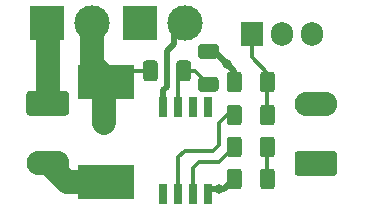
<source format=gbr>
G04 #@! TF.GenerationSoftware,KiCad,Pcbnew,(5.1.10)-1*
G04 #@! TF.CreationDate,2021-05-27T14:09:39+02:00*
G04 #@! TF.ProjectId,HV_UV_detect,48565f55-565f-4646-9574-6563742e6b69,0v2*
G04 #@! TF.SameCoordinates,Original*
G04 #@! TF.FileFunction,Copper,L1,Top*
G04 #@! TF.FilePolarity,Positive*
%FSLAX46Y46*%
G04 Gerber Fmt 4.6, Leading zero omitted, Abs format (unit mm)*
G04 Created by KiCad (PCBNEW (5.1.10)-1) date 2021-05-27 14:09:39*
%MOMM*%
%LPD*%
G01*
G04 APERTURE LIST*
G04 #@! TA.AperFunction,SMDPad,CuDef*
%ADD10R,0.650000X1.700000*%
G04 #@! TD*
G04 #@! TA.AperFunction,SMDPad,CuDef*
%ADD11R,4.750000X3.000000*%
G04 #@! TD*
G04 #@! TA.AperFunction,ComponentPad*
%ADD12O,1.905000X2.000000*%
G04 #@! TD*
G04 #@! TA.AperFunction,ComponentPad*
%ADD13R,1.905000X2.000000*%
G04 #@! TD*
G04 #@! TA.AperFunction,ComponentPad*
%ADD14C,2.999740*%
G04 #@! TD*
G04 #@! TA.AperFunction,ComponentPad*
%ADD15R,2.999740X2.999740*%
G04 #@! TD*
G04 #@! TA.AperFunction,ComponentPad*
%ADD16O,3.600000X2.080000*%
G04 #@! TD*
G04 #@! TA.AperFunction,ViaPad*
%ADD17C,0.800000*%
G04 #@! TD*
G04 #@! TA.AperFunction,Conductor*
%ADD18C,0.300000*%
G04 #@! TD*
G04 #@! TA.AperFunction,Conductor*
%ADD19C,0.500000*%
G04 #@! TD*
G04 #@! TA.AperFunction,Conductor*
%ADD20C,2.000000*%
G04 #@! TD*
G04 APERTURE END LIST*
D10*
X155095000Y-91850000D03*
X156365000Y-91850000D03*
X157635000Y-91850000D03*
X158905000Y-91850000D03*
X158905000Y-99150000D03*
X157635000Y-99150000D03*
X156365000Y-99150000D03*
X155095000Y-99150000D03*
D11*
X150200000Y-98200000D03*
X150200000Y-89700000D03*
D12*
X167680000Y-85600000D03*
X165140000Y-85600000D03*
D13*
X162600000Y-85600000D03*
D14*
X156910000Y-84700000D03*
D15*
X153100000Y-84700000D03*
D14*
X149010000Y-84700000D03*
D15*
X145200000Y-84700000D03*
G04 #@! TA.AperFunction,SMDPad,CuDef*
G36*
G01*
X160475000Y-98525000D02*
X160475000Y-97275000D01*
G75*
G02*
X160725000Y-97025000I250000J0D01*
G01*
X161475000Y-97025000D01*
G75*
G02*
X161725000Y-97275000I0J-250000D01*
G01*
X161725000Y-98525000D01*
G75*
G02*
X161475000Y-98775000I-250000J0D01*
G01*
X160725000Y-98775000D01*
G75*
G02*
X160475000Y-98525000I0J250000D01*
G01*
G37*
G04 #@! TD.AperFunction*
G04 #@! TA.AperFunction,SMDPad,CuDef*
G36*
G01*
X163275000Y-98525000D02*
X163275000Y-97275000D01*
G75*
G02*
X163525000Y-97025000I250000J0D01*
G01*
X164275000Y-97025000D01*
G75*
G02*
X164525000Y-97275000I0J-250000D01*
G01*
X164525000Y-98525000D01*
G75*
G02*
X164275000Y-98775000I-250000J0D01*
G01*
X163525000Y-98775000D01*
G75*
G02*
X163275000Y-98525000I0J250000D01*
G01*
G37*
G04 #@! TD.AperFunction*
G04 #@! TA.AperFunction,ComponentPad*
G36*
G01*
X143749999Y-90460000D02*
X146850001Y-90460000D01*
G75*
G02*
X147100000Y-90709999I0J-249999D01*
G01*
X147100000Y-92290001D01*
G75*
G02*
X146850001Y-92540000I-249999J0D01*
G01*
X143749999Y-92540000D01*
G75*
G02*
X143500000Y-92290001I0J249999D01*
G01*
X143500000Y-90709999D01*
G75*
G02*
X143749999Y-90460000I249999J0D01*
G01*
G37*
G04 #@! TD.AperFunction*
D16*
X145300000Y-96580000D03*
X168000000Y-91520000D03*
G04 #@! TA.AperFunction,ComponentPad*
G36*
G01*
X169550001Y-97640000D02*
X166449999Y-97640000D01*
G75*
G02*
X166200000Y-97390001I0J249999D01*
G01*
X166200000Y-95809999D01*
G75*
G02*
X166449999Y-95560000I249999J0D01*
G01*
X169550001Y-95560000D01*
G75*
G02*
X169800000Y-95809999I0J-249999D01*
G01*
X169800000Y-97390001D01*
G75*
G02*
X169550001Y-97640000I-249999J0D01*
G01*
G37*
G04 #@! TD.AperFunction*
G04 #@! TA.AperFunction,SMDPad,CuDef*
G36*
G01*
X153375000Y-89375000D02*
X153375000Y-88125000D01*
G75*
G02*
X153625000Y-87875000I250000J0D01*
G01*
X154375000Y-87875000D01*
G75*
G02*
X154625000Y-88125000I0J-250000D01*
G01*
X154625000Y-89375000D01*
G75*
G02*
X154375000Y-89625000I-250000J0D01*
G01*
X153625000Y-89625000D01*
G75*
G02*
X153375000Y-89375000I0J250000D01*
G01*
G37*
G04 #@! TD.AperFunction*
G04 #@! TA.AperFunction,SMDPad,CuDef*
G36*
G01*
X156175000Y-89375000D02*
X156175000Y-88125000D01*
G75*
G02*
X156425000Y-87875000I250000J0D01*
G01*
X157175000Y-87875000D01*
G75*
G02*
X157425000Y-88125000I0J-250000D01*
G01*
X157425000Y-89375000D01*
G75*
G02*
X157175000Y-89625000I-250000J0D01*
G01*
X156425000Y-89625000D01*
G75*
G02*
X156175000Y-89375000I0J250000D01*
G01*
G37*
G04 #@! TD.AperFunction*
G04 #@! TA.AperFunction,SMDPad,CuDef*
G36*
G01*
X159525000Y-90525000D02*
X158275000Y-90525000D01*
G75*
G02*
X158025000Y-90275000I0J250000D01*
G01*
X158025000Y-89525000D01*
G75*
G02*
X158275000Y-89275000I250000J0D01*
G01*
X159525000Y-89275000D01*
G75*
G02*
X159775000Y-89525000I0J-250000D01*
G01*
X159775000Y-90275000D01*
G75*
G02*
X159525000Y-90525000I-250000J0D01*
G01*
G37*
G04 #@! TD.AperFunction*
G04 #@! TA.AperFunction,SMDPad,CuDef*
G36*
G01*
X159525000Y-87725000D02*
X158275000Y-87725000D01*
G75*
G02*
X158025000Y-87475000I0J250000D01*
G01*
X158025000Y-86725000D01*
G75*
G02*
X158275000Y-86475000I250000J0D01*
G01*
X159525000Y-86475000D01*
G75*
G02*
X159775000Y-86725000I0J-250000D01*
G01*
X159775000Y-87475000D01*
G75*
G02*
X159525000Y-87725000I-250000J0D01*
G01*
G37*
G04 #@! TD.AperFunction*
G04 #@! TA.AperFunction,SMDPad,CuDef*
G36*
G01*
X161725000Y-91875000D02*
X161725000Y-93125000D01*
G75*
G02*
X161475000Y-93375000I-250000J0D01*
G01*
X160725000Y-93375000D01*
G75*
G02*
X160475000Y-93125000I0J250000D01*
G01*
X160475000Y-91875000D01*
G75*
G02*
X160725000Y-91625000I250000J0D01*
G01*
X161475000Y-91625000D01*
G75*
G02*
X161725000Y-91875000I0J-250000D01*
G01*
G37*
G04 #@! TD.AperFunction*
G04 #@! TA.AperFunction,SMDPad,CuDef*
G36*
G01*
X164525000Y-91875000D02*
X164525000Y-93125000D01*
G75*
G02*
X164275000Y-93375000I-250000J0D01*
G01*
X163525000Y-93375000D01*
G75*
G02*
X163275000Y-93125000I0J250000D01*
G01*
X163275000Y-91875000D01*
G75*
G02*
X163525000Y-91625000I250000J0D01*
G01*
X164275000Y-91625000D01*
G75*
G02*
X164525000Y-91875000I0J-250000D01*
G01*
G37*
G04 #@! TD.AperFunction*
G04 #@! TA.AperFunction,SMDPad,CuDef*
G36*
G01*
X163275000Y-95825000D02*
X163275000Y-94575000D01*
G75*
G02*
X163525000Y-94325000I250000J0D01*
G01*
X164275000Y-94325000D01*
G75*
G02*
X164525000Y-94575000I0J-250000D01*
G01*
X164525000Y-95825000D01*
G75*
G02*
X164275000Y-96075000I-250000J0D01*
G01*
X163525000Y-96075000D01*
G75*
G02*
X163275000Y-95825000I0J250000D01*
G01*
G37*
G04 #@! TD.AperFunction*
G04 #@! TA.AperFunction,SMDPad,CuDef*
G36*
G01*
X160475000Y-95825000D02*
X160475000Y-94575000D01*
G75*
G02*
X160725000Y-94325000I250000J0D01*
G01*
X161475000Y-94325000D01*
G75*
G02*
X161725000Y-94575000I0J-250000D01*
G01*
X161725000Y-95825000D01*
G75*
G02*
X161475000Y-96075000I-250000J0D01*
G01*
X160725000Y-96075000D01*
G75*
G02*
X160475000Y-95825000I0J250000D01*
G01*
G37*
G04 #@! TD.AperFunction*
G04 #@! TA.AperFunction,SMDPad,CuDef*
G36*
G01*
X164525000Y-89075000D02*
X164525000Y-90325000D01*
G75*
G02*
X164275000Y-90575000I-250000J0D01*
G01*
X163525000Y-90575000D01*
G75*
G02*
X163275000Y-90325000I0J250000D01*
G01*
X163275000Y-89075000D01*
G75*
G02*
X163525000Y-88825000I250000J0D01*
G01*
X164275000Y-88825000D01*
G75*
G02*
X164525000Y-89075000I0J-250000D01*
G01*
G37*
G04 #@! TD.AperFunction*
G04 #@! TA.AperFunction,SMDPad,CuDef*
G36*
G01*
X161725000Y-89075000D02*
X161725000Y-90325000D01*
G75*
G02*
X161475000Y-90575000I-250000J0D01*
G01*
X160725000Y-90575000D01*
G75*
G02*
X160475000Y-90325000I0J250000D01*
G01*
X160475000Y-89075000D01*
G75*
G02*
X160725000Y-88825000I250000J0D01*
G01*
X161475000Y-88825000D01*
G75*
G02*
X161725000Y-89075000I0J-250000D01*
G01*
G37*
G04 #@! TD.AperFunction*
D17*
X159825000Y-98775000D03*
X160450000Y-88150000D03*
X150100000Y-93200000D03*
X149700000Y-92400000D03*
X150600000Y-92400000D03*
D18*
X158905000Y-98775000D02*
X159825000Y-98775000D01*
X159825000Y-98775000D02*
X160225000Y-98775000D01*
D19*
X161100000Y-88800000D02*
X161100000Y-89700000D01*
X160300000Y-88000000D02*
X160450000Y-88150000D01*
X160450000Y-88150000D02*
X161100000Y-88800000D01*
X160225000Y-98775000D02*
X161100000Y-97900000D01*
X158905000Y-98775000D02*
X160225000Y-98775000D01*
D20*
X145300000Y-84800000D02*
X145200000Y-84700000D01*
X145300000Y-91500000D02*
X145300000Y-84800000D01*
D19*
X159400000Y-87100000D02*
X160450000Y-88150000D01*
X158900000Y-87100000D02*
X159400000Y-87100000D01*
D18*
X163900000Y-97900000D02*
X163900000Y-95200000D01*
D20*
X149010000Y-88210000D02*
X150500000Y-89700000D01*
X149010000Y-84700000D02*
X149010000Y-88210000D01*
X150500000Y-89700000D02*
X150500000Y-89700000D01*
X149700000Y-90500000D02*
X150500000Y-89700000D01*
X150600000Y-89800000D02*
X150500000Y-89700000D01*
D18*
X151700000Y-90900000D02*
X150500000Y-89700000D01*
D20*
X150100000Y-90100000D02*
X150500000Y-89700000D01*
X150100000Y-93200000D02*
X150100000Y-90100000D01*
D18*
X151150000Y-88750000D02*
X150200000Y-89700000D01*
X154000000Y-88750000D02*
X151150000Y-88750000D01*
D20*
X146920000Y-98200000D02*
X145300000Y-96580000D01*
X150500000Y-98200000D02*
X146920000Y-98200000D01*
D19*
X156000000Y-86500000D02*
X155400000Y-87100000D01*
X156000000Y-85750000D02*
X156000000Y-86500000D01*
X156910000Y-84840000D02*
X156000000Y-85750000D01*
X156910000Y-84700000D02*
X156910000Y-84840000D01*
X155400000Y-87100000D02*
X155400000Y-90100000D01*
X155095000Y-90405000D02*
X155095000Y-91850000D01*
X155400000Y-90100000D02*
X155095000Y-90405000D01*
D18*
X163900000Y-89700000D02*
X163900000Y-88900000D01*
X162600000Y-87600000D02*
X162600000Y-85600000D01*
X163900000Y-88900000D02*
X162600000Y-87600000D01*
X163900000Y-92500000D02*
X163900000Y-89700000D01*
X156365000Y-89185000D02*
X156800000Y-88750000D01*
X156365000Y-91850000D02*
X156365000Y-89185000D01*
X157750000Y-88750000D02*
X158900000Y-89900000D01*
X156800000Y-88750000D02*
X157750000Y-88750000D01*
X161100000Y-92500000D02*
X160500000Y-92500000D01*
X160500000Y-92500000D02*
X159800000Y-93200000D01*
X159800000Y-93200000D02*
X159800000Y-95000000D01*
X159800000Y-95000000D02*
X159300000Y-95500000D01*
X159300000Y-95500000D02*
X156900000Y-95500000D01*
X156365000Y-96035000D02*
X156365000Y-98775000D01*
X156900000Y-95500000D02*
X156365000Y-96035000D01*
X161100000Y-95200000D02*
X161100000Y-95300000D01*
X157635000Y-98775000D02*
X157635000Y-96965000D01*
X157635000Y-96965000D02*
X158100000Y-96500000D01*
X159800000Y-96500000D02*
X161100000Y-95200000D01*
X158100000Y-96500000D02*
X159800000Y-96500000D01*
M02*

</source>
